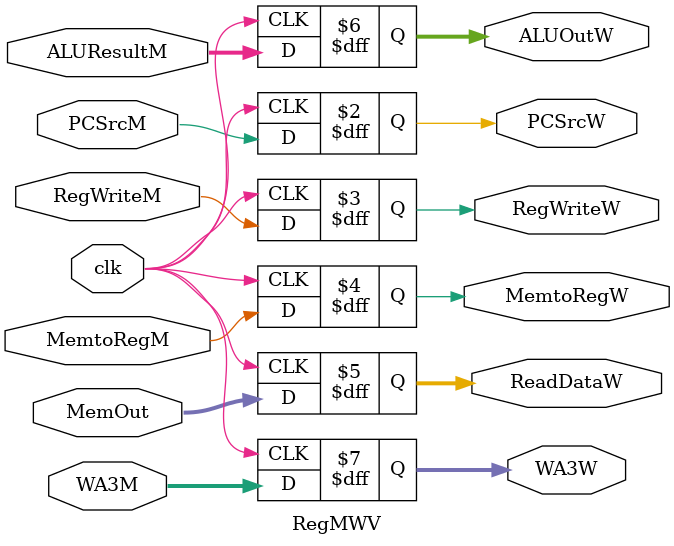
<source format=sv>
module RegMWV (	input logic clk,
					input logic PCSrcM, RegWriteM, MemtoRegM,
					input logic [255:0] MemOut, ALUResultM,
					input logic [2:0] WA3M,
					output logic PCSrcW, RegWriteW, MemtoRegW,
					output logic [255:0] ReadDataW,ALUOutW,
					output logic [2:0] WA3W);
					

always_ff @(posedge clk) begin

		PCSrcW <= PCSrcM;
		RegWriteW <= RegWriteM;
		MemtoRegW <= MemtoRegM;
		ReadDataW <= MemOut;
		ALUOutW <= ALUResultM;
		WA3W <= WA3M;

end

endmodule 
</source>
